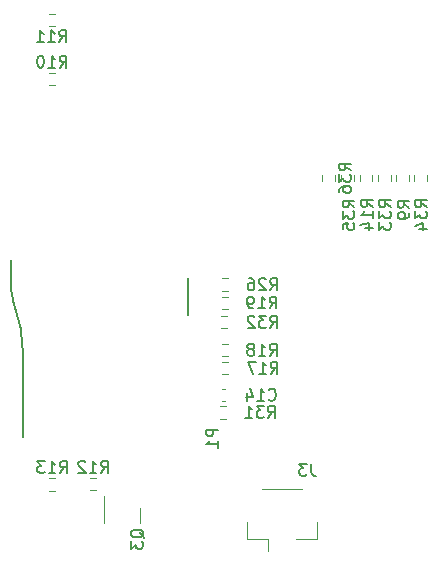
<source format=gbr>
%TF.GenerationSoftware,KiCad,Pcbnew,7.0.6*%
%TF.CreationDate,2024-02-07T19:17:41+08:00*%
%TF.ProjectId,PCB_Main_Board_ESP32S3_RFM95,5043425f-4d61-4696-9e5f-426f6172645f,rev?*%
%TF.SameCoordinates,Original*%
%TF.FileFunction,Legend,Bot*%
%TF.FilePolarity,Positive*%
%FSLAX46Y46*%
G04 Gerber Fmt 4.6, Leading zero omitted, Abs format (unit mm)*
G04 Created by KiCad (PCBNEW 7.0.6) date 2024-02-07 19:17:41*
%MOMM*%
%LPD*%
G01*
G04 APERTURE LIST*
%ADD10C,0.150000*%
%ADD11C,0.120000*%
%ADD12C,0.127000*%
G04 APERTURE END LIST*
D10*
X60392857Y-97724580D02*
X60440476Y-97772200D01*
X60440476Y-97772200D02*
X60583333Y-97819819D01*
X60583333Y-97819819D02*
X60678571Y-97819819D01*
X60678571Y-97819819D02*
X60821428Y-97772200D01*
X60821428Y-97772200D02*
X60916666Y-97676961D01*
X60916666Y-97676961D02*
X60964285Y-97581723D01*
X60964285Y-97581723D02*
X61011904Y-97391247D01*
X61011904Y-97391247D02*
X61011904Y-97248390D01*
X61011904Y-97248390D02*
X60964285Y-97057914D01*
X60964285Y-97057914D02*
X60916666Y-96962676D01*
X60916666Y-96962676D02*
X60821428Y-96867438D01*
X60821428Y-96867438D02*
X60678571Y-96819819D01*
X60678571Y-96819819D02*
X60583333Y-96819819D01*
X60583333Y-96819819D02*
X60440476Y-96867438D01*
X60440476Y-96867438D02*
X60392857Y-96915057D01*
X59440476Y-97819819D02*
X60011904Y-97819819D01*
X59726190Y-97819819D02*
X59726190Y-96819819D01*
X59726190Y-96819819D02*
X59821428Y-96962676D01*
X59821428Y-96962676D02*
X59916666Y-97057914D01*
X59916666Y-97057914D02*
X60011904Y-97105533D01*
X58583333Y-97153152D02*
X58583333Y-97819819D01*
X58821428Y-96772200D02*
X59059523Y-97486485D01*
X59059523Y-97486485D02*
X58440476Y-97486485D01*
X60467857Y-90019819D02*
X60801190Y-89543628D01*
X61039285Y-90019819D02*
X61039285Y-89019819D01*
X61039285Y-89019819D02*
X60658333Y-89019819D01*
X60658333Y-89019819D02*
X60563095Y-89067438D01*
X60563095Y-89067438D02*
X60515476Y-89115057D01*
X60515476Y-89115057D02*
X60467857Y-89210295D01*
X60467857Y-89210295D02*
X60467857Y-89353152D01*
X60467857Y-89353152D02*
X60515476Y-89448390D01*
X60515476Y-89448390D02*
X60563095Y-89496009D01*
X60563095Y-89496009D02*
X60658333Y-89543628D01*
X60658333Y-89543628D02*
X61039285Y-89543628D01*
X59515476Y-90019819D02*
X60086904Y-90019819D01*
X59801190Y-90019819D02*
X59801190Y-89019819D01*
X59801190Y-89019819D02*
X59896428Y-89162676D01*
X59896428Y-89162676D02*
X59991666Y-89257914D01*
X59991666Y-89257914D02*
X60086904Y-89305533D01*
X59039285Y-90019819D02*
X58848809Y-90019819D01*
X58848809Y-90019819D02*
X58753571Y-89972200D01*
X58753571Y-89972200D02*
X58705952Y-89924580D01*
X58705952Y-89924580D02*
X58610714Y-89781723D01*
X58610714Y-89781723D02*
X58563095Y-89591247D01*
X58563095Y-89591247D02*
X58563095Y-89210295D01*
X58563095Y-89210295D02*
X58610714Y-89115057D01*
X58610714Y-89115057D02*
X58658333Y-89067438D01*
X58658333Y-89067438D02*
X58753571Y-89019819D01*
X58753571Y-89019819D02*
X58944047Y-89019819D01*
X58944047Y-89019819D02*
X59039285Y-89067438D01*
X59039285Y-89067438D02*
X59086904Y-89115057D01*
X59086904Y-89115057D02*
X59134523Y-89210295D01*
X59134523Y-89210295D02*
X59134523Y-89448390D01*
X59134523Y-89448390D02*
X59086904Y-89543628D01*
X59086904Y-89543628D02*
X59039285Y-89591247D01*
X59039285Y-89591247D02*
X58944047Y-89638866D01*
X58944047Y-89638866D02*
X58753571Y-89638866D01*
X58753571Y-89638866D02*
X58658333Y-89591247D01*
X58658333Y-89591247D02*
X58610714Y-89543628D01*
X58610714Y-89543628D02*
X58563095Y-89448390D01*
X42692857Y-69624819D02*
X43026190Y-69148628D01*
X43264285Y-69624819D02*
X43264285Y-68624819D01*
X43264285Y-68624819D02*
X42883333Y-68624819D01*
X42883333Y-68624819D02*
X42788095Y-68672438D01*
X42788095Y-68672438D02*
X42740476Y-68720057D01*
X42740476Y-68720057D02*
X42692857Y-68815295D01*
X42692857Y-68815295D02*
X42692857Y-68958152D01*
X42692857Y-68958152D02*
X42740476Y-69053390D01*
X42740476Y-69053390D02*
X42788095Y-69101009D01*
X42788095Y-69101009D02*
X42883333Y-69148628D01*
X42883333Y-69148628D02*
X43264285Y-69148628D01*
X41740476Y-69624819D02*
X42311904Y-69624819D01*
X42026190Y-69624819D02*
X42026190Y-68624819D01*
X42026190Y-68624819D02*
X42121428Y-68767676D01*
X42121428Y-68767676D02*
X42216666Y-68862914D01*
X42216666Y-68862914D02*
X42311904Y-68910533D01*
X41121428Y-68624819D02*
X41026190Y-68624819D01*
X41026190Y-68624819D02*
X40930952Y-68672438D01*
X40930952Y-68672438D02*
X40883333Y-68720057D01*
X40883333Y-68720057D02*
X40835714Y-68815295D01*
X40835714Y-68815295D02*
X40788095Y-69005771D01*
X40788095Y-69005771D02*
X40788095Y-69243866D01*
X40788095Y-69243866D02*
X40835714Y-69434342D01*
X40835714Y-69434342D02*
X40883333Y-69529580D01*
X40883333Y-69529580D02*
X40930952Y-69577200D01*
X40930952Y-69577200D02*
X41026190Y-69624819D01*
X41026190Y-69624819D02*
X41121428Y-69624819D01*
X41121428Y-69624819D02*
X41216666Y-69577200D01*
X41216666Y-69577200D02*
X41264285Y-69529580D01*
X41264285Y-69529580D02*
X41311904Y-69434342D01*
X41311904Y-69434342D02*
X41359523Y-69243866D01*
X41359523Y-69243866D02*
X41359523Y-69005771D01*
X41359523Y-69005771D02*
X41311904Y-68815295D01*
X41311904Y-68815295D02*
X41264285Y-68720057D01*
X41264285Y-68720057D02*
X41216666Y-68672438D01*
X41216666Y-68672438D02*
X41121428Y-68624819D01*
X60517857Y-88469819D02*
X60851190Y-87993628D01*
X61089285Y-88469819D02*
X61089285Y-87469819D01*
X61089285Y-87469819D02*
X60708333Y-87469819D01*
X60708333Y-87469819D02*
X60613095Y-87517438D01*
X60613095Y-87517438D02*
X60565476Y-87565057D01*
X60565476Y-87565057D02*
X60517857Y-87660295D01*
X60517857Y-87660295D02*
X60517857Y-87803152D01*
X60517857Y-87803152D02*
X60565476Y-87898390D01*
X60565476Y-87898390D02*
X60613095Y-87946009D01*
X60613095Y-87946009D02*
X60708333Y-87993628D01*
X60708333Y-87993628D02*
X61089285Y-87993628D01*
X60136904Y-87565057D02*
X60089285Y-87517438D01*
X60089285Y-87517438D02*
X59994047Y-87469819D01*
X59994047Y-87469819D02*
X59755952Y-87469819D01*
X59755952Y-87469819D02*
X59660714Y-87517438D01*
X59660714Y-87517438D02*
X59613095Y-87565057D01*
X59613095Y-87565057D02*
X59565476Y-87660295D01*
X59565476Y-87660295D02*
X59565476Y-87755533D01*
X59565476Y-87755533D02*
X59613095Y-87898390D01*
X59613095Y-87898390D02*
X60184523Y-88469819D01*
X60184523Y-88469819D02*
X59565476Y-88469819D01*
X58708333Y-87469819D02*
X58898809Y-87469819D01*
X58898809Y-87469819D02*
X58994047Y-87517438D01*
X58994047Y-87517438D02*
X59041666Y-87565057D01*
X59041666Y-87565057D02*
X59136904Y-87707914D01*
X59136904Y-87707914D02*
X59184523Y-87898390D01*
X59184523Y-87898390D02*
X59184523Y-88279342D01*
X59184523Y-88279342D02*
X59136904Y-88374580D01*
X59136904Y-88374580D02*
X59089285Y-88422200D01*
X59089285Y-88422200D02*
X58994047Y-88469819D01*
X58994047Y-88469819D02*
X58803571Y-88469819D01*
X58803571Y-88469819D02*
X58708333Y-88422200D01*
X58708333Y-88422200D02*
X58660714Y-88374580D01*
X58660714Y-88374580D02*
X58613095Y-88279342D01*
X58613095Y-88279342D02*
X58613095Y-88041247D01*
X58613095Y-88041247D02*
X58660714Y-87946009D01*
X58660714Y-87946009D02*
X58708333Y-87898390D01*
X58708333Y-87898390D02*
X58803571Y-87850771D01*
X58803571Y-87850771D02*
X58994047Y-87850771D01*
X58994047Y-87850771D02*
X59089285Y-87898390D01*
X59089285Y-87898390D02*
X59136904Y-87946009D01*
X59136904Y-87946009D02*
X59184523Y-88041247D01*
X60567857Y-95544819D02*
X60901190Y-95068628D01*
X61139285Y-95544819D02*
X61139285Y-94544819D01*
X61139285Y-94544819D02*
X60758333Y-94544819D01*
X60758333Y-94544819D02*
X60663095Y-94592438D01*
X60663095Y-94592438D02*
X60615476Y-94640057D01*
X60615476Y-94640057D02*
X60567857Y-94735295D01*
X60567857Y-94735295D02*
X60567857Y-94878152D01*
X60567857Y-94878152D02*
X60615476Y-94973390D01*
X60615476Y-94973390D02*
X60663095Y-95021009D01*
X60663095Y-95021009D02*
X60758333Y-95068628D01*
X60758333Y-95068628D02*
X61139285Y-95068628D01*
X59615476Y-95544819D02*
X60186904Y-95544819D01*
X59901190Y-95544819D02*
X59901190Y-94544819D01*
X59901190Y-94544819D02*
X59996428Y-94687676D01*
X59996428Y-94687676D02*
X60091666Y-94782914D01*
X60091666Y-94782914D02*
X60186904Y-94830533D01*
X59282142Y-94544819D02*
X58615476Y-94544819D01*
X58615476Y-94544819D02*
X59044047Y-95544819D01*
X73794819Y-81447142D02*
X73318628Y-81113809D01*
X73794819Y-80875714D02*
X72794819Y-80875714D01*
X72794819Y-80875714D02*
X72794819Y-81256666D01*
X72794819Y-81256666D02*
X72842438Y-81351904D01*
X72842438Y-81351904D02*
X72890057Y-81399523D01*
X72890057Y-81399523D02*
X72985295Y-81447142D01*
X72985295Y-81447142D02*
X73128152Y-81447142D01*
X73128152Y-81447142D02*
X73223390Y-81399523D01*
X73223390Y-81399523D02*
X73271009Y-81351904D01*
X73271009Y-81351904D02*
X73318628Y-81256666D01*
X73318628Y-81256666D02*
X73318628Y-80875714D01*
X72794819Y-81780476D02*
X72794819Y-82399523D01*
X72794819Y-82399523D02*
X73175771Y-82066190D01*
X73175771Y-82066190D02*
X73175771Y-82209047D01*
X73175771Y-82209047D02*
X73223390Y-82304285D01*
X73223390Y-82304285D02*
X73271009Y-82351904D01*
X73271009Y-82351904D02*
X73366247Y-82399523D01*
X73366247Y-82399523D02*
X73604342Y-82399523D01*
X73604342Y-82399523D02*
X73699580Y-82351904D01*
X73699580Y-82351904D02*
X73747200Y-82304285D01*
X73747200Y-82304285D02*
X73794819Y-82209047D01*
X73794819Y-82209047D02*
X73794819Y-81923333D01*
X73794819Y-81923333D02*
X73747200Y-81828095D01*
X73747200Y-81828095D02*
X73699580Y-81780476D01*
X73128152Y-83256666D02*
X73794819Y-83256666D01*
X72747200Y-83018571D02*
X73461485Y-82780476D01*
X73461485Y-82780476D02*
X73461485Y-83399523D01*
X67644819Y-81457142D02*
X67168628Y-81123809D01*
X67644819Y-80885714D02*
X66644819Y-80885714D01*
X66644819Y-80885714D02*
X66644819Y-81266666D01*
X66644819Y-81266666D02*
X66692438Y-81361904D01*
X66692438Y-81361904D02*
X66740057Y-81409523D01*
X66740057Y-81409523D02*
X66835295Y-81457142D01*
X66835295Y-81457142D02*
X66978152Y-81457142D01*
X66978152Y-81457142D02*
X67073390Y-81409523D01*
X67073390Y-81409523D02*
X67121009Y-81361904D01*
X67121009Y-81361904D02*
X67168628Y-81266666D01*
X67168628Y-81266666D02*
X67168628Y-80885714D01*
X66644819Y-81790476D02*
X66644819Y-82409523D01*
X66644819Y-82409523D02*
X67025771Y-82076190D01*
X67025771Y-82076190D02*
X67025771Y-82219047D01*
X67025771Y-82219047D02*
X67073390Y-82314285D01*
X67073390Y-82314285D02*
X67121009Y-82361904D01*
X67121009Y-82361904D02*
X67216247Y-82409523D01*
X67216247Y-82409523D02*
X67454342Y-82409523D01*
X67454342Y-82409523D02*
X67549580Y-82361904D01*
X67549580Y-82361904D02*
X67597200Y-82314285D01*
X67597200Y-82314285D02*
X67644819Y-82219047D01*
X67644819Y-82219047D02*
X67644819Y-81933333D01*
X67644819Y-81933333D02*
X67597200Y-81838095D01*
X67597200Y-81838095D02*
X67549580Y-81790476D01*
X66644819Y-83314285D02*
X66644819Y-82838095D01*
X66644819Y-82838095D02*
X67121009Y-82790476D01*
X67121009Y-82790476D02*
X67073390Y-82838095D01*
X67073390Y-82838095D02*
X67025771Y-82933333D01*
X67025771Y-82933333D02*
X67025771Y-83171428D01*
X67025771Y-83171428D02*
X67073390Y-83266666D01*
X67073390Y-83266666D02*
X67121009Y-83314285D01*
X67121009Y-83314285D02*
X67216247Y-83361904D01*
X67216247Y-83361904D02*
X67454342Y-83361904D01*
X67454342Y-83361904D02*
X67549580Y-83314285D01*
X67549580Y-83314285D02*
X67597200Y-83266666D01*
X67597200Y-83266666D02*
X67644819Y-83171428D01*
X67644819Y-83171428D02*
X67644819Y-82933333D01*
X67644819Y-82933333D02*
X67597200Y-82838095D01*
X67597200Y-82838095D02*
X67549580Y-82790476D01*
X67344819Y-78337142D02*
X66868628Y-78003809D01*
X67344819Y-77765714D02*
X66344819Y-77765714D01*
X66344819Y-77765714D02*
X66344819Y-78146666D01*
X66344819Y-78146666D02*
X66392438Y-78241904D01*
X66392438Y-78241904D02*
X66440057Y-78289523D01*
X66440057Y-78289523D02*
X66535295Y-78337142D01*
X66535295Y-78337142D02*
X66678152Y-78337142D01*
X66678152Y-78337142D02*
X66773390Y-78289523D01*
X66773390Y-78289523D02*
X66821009Y-78241904D01*
X66821009Y-78241904D02*
X66868628Y-78146666D01*
X66868628Y-78146666D02*
X66868628Y-77765714D01*
X66344819Y-78670476D02*
X66344819Y-79289523D01*
X66344819Y-79289523D02*
X66725771Y-78956190D01*
X66725771Y-78956190D02*
X66725771Y-79099047D01*
X66725771Y-79099047D02*
X66773390Y-79194285D01*
X66773390Y-79194285D02*
X66821009Y-79241904D01*
X66821009Y-79241904D02*
X66916247Y-79289523D01*
X66916247Y-79289523D02*
X67154342Y-79289523D01*
X67154342Y-79289523D02*
X67249580Y-79241904D01*
X67249580Y-79241904D02*
X67297200Y-79194285D01*
X67297200Y-79194285D02*
X67344819Y-79099047D01*
X67344819Y-79099047D02*
X67344819Y-78813333D01*
X67344819Y-78813333D02*
X67297200Y-78718095D01*
X67297200Y-78718095D02*
X67249580Y-78670476D01*
X66344819Y-80146666D02*
X66344819Y-79956190D01*
X66344819Y-79956190D02*
X66392438Y-79860952D01*
X66392438Y-79860952D02*
X66440057Y-79813333D01*
X66440057Y-79813333D02*
X66582914Y-79718095D01*
X66582914Y-79718095D02*
X66773390Y-79670476D01*
X66773390Y-79670476D02*
X67154342Y-79670476D01*
X67154342Y-79670476D02*
X67249580Y-79718095D01*
X67249580Y-79718095D02*
X67297200Y-79765714D01*
X67297200Y-79765714D02*
X67344819Y-79860952D01*
X67344819Y-79860952D02*
X67344819Y-80051428D01*
X67344819Y-80051428D02*
X67297200Y-80146666D01*
X67297200Y-80146666D02*
X67249580Y-80194285D01*
X67249580Y-80194285D02*
X67154342Y-80241904D01*
X67154342Y-80241904D02*
X66916247Y-80241904D01*
X66916247Y-80241904D02*
X66821009Y-80194285D01*
X66821009Y-80194285D02*
X66773390Y-80146666D01*
X66773390Y-80146666D02*
X66725771Y-80051428D01*
X66725771Y-80051428D02*
X66725771Y-79860952D01*
X66725771Y-79860952D02*
X66773390Y-79765714D01*
X66773390Y-79765714D02*
X66821009Y-79718095D01*
X66821009Y-79718095D02*
X66916247Y-79670476D01*
X60517857Y-91644819D02*
X60851190Y-91168628D01*
X61089285Y-91644819D02*
X61089285Y-90644819D01*
X61089285Y-90644819D02*
X60708333Y-90644819D01*
X60708333Y-90644819D02*
X60613095Y-90692438D01*
X60613095Y-90692438D02*
X60565476Y-90740057D01*
X60565476Y-90740057D02*
X60517857Y-90835295D01*
X60517857Y-90835295D02*
X60517857Y-90978152D01*
X60517857Y-90978152D02*
X60565476Y-91073390D01*
X60565476Y-91073390D02*
X60613095Y-91121009D01*
X60613095Y-91121009D02*
X60708333Y-91168628D01*
X60708333Y-91168628D02*
X61089285Y-91168628D01*
X60184523Y-90644819D02*
X59565476Y-90644819D01*
X59565476Y-90644819D02*
X59898809Y-91025771D01*
X59898809Y-91025771D02*
X59755952Y-91025771D01*
X59755952Y-91025771D02*
X59660714Y-91073390D01*
X59660714Y-91073390D02*
X59613095Y-91121009D01*
X59613095Y-91121009D02*
X59565476Y-91216247D01*
X59565476Y-91216247D02*
X59565476Y-91454342D01*
X59565476Y-91454342D02*
X59613095Y-91549580D01*
X59613095Y-91549580D02*
X59660714Y-91597200D01*
X59660714Y-91597200D02*
X59755952Y-91644819D01*
X59755952Y-91644819D02*
X60041666Y-91644819D01*
X60041666Y-91644819D02*
X60136904Y-91597200D01*
X60136904Y-91597200D02*
X60184523Y-91549580D01*
X59184523Y-90740057D02*
X59136904Y-90692438D01*
X59136904Y-90692438D02*
X59041666Y-90644819D01*
X59041666Y-90644819D02*
X58803571Y-90644819D01*
X58803571Y-90644819D02*
X58708333Y-90692438D01*
X58708333Y-90692438D02*
X58660714Y-90740057D01*
X58660714Y-90740057D02*
X58613095Y-90835295D01*
X58613095Y-90835295D02*
X58613095Y-90930533D01*
X58613095Y-90930533D02*
X58660714Y-91073390D01*
X58660714Y-91073390D02*
X59232142Y-91644819D01*
X59232142Y-91644819D02*
X58613095Y-91644819D01*
X70734819Y-81447142D02*
X70258628Y-81113809D01*
X70734819Y-80875714D02*
X69734819Y-80875714D01*
X69734819Y-80875714D02*
X69734819Y-81256666D01*
X69734819Y-81256666D02*
X69782438Y-81351904D01*
X69782438Y-81351904D02*
X69830057Y-81399523D01*
X69830057Y-81399523D02*
X69925295Y-81447142D01*
X69925295Y-81447142D02*
X70068152Y-81447142D01*
X70068152Y-81447142D02*
X70163390Y-81399523D01*
X70163390Y-81399523D02*
X70211009Y-81351904D01*
X70211009Y-81351904D02*
X70258628Y-81256666D01*
X70258628Y-81256666D02*
X70258628Y-80875714D01*
X69734819Y-81780476D02*
X69734819Y-82399523D01*
X69734819Y-82399523D02*
X70115771Y-82066190D01*
X70115771Y-82066190D02*
X70115771Y-82209047D01*
X70115771Y-82209047D02*
X70163390Y-82304285D01*
X70163390Y-82304285D02*
X70211009Y-82351904D01*
X70211009Y-82351904D02*
X70306247Y-82399523D01*
X70306247Y-82399523D02*
X70544342Y-82399523D01*
X70544342Y-82399523D02*
X70639580Y-82351904D01*
X70639580Y-82351904D02*
X70687200Y-82304285D01*
X70687200Y-82304285D02*
X70734819Y-82209047D01*
X70734819Y-82209047D02*
X70734819Y-81923333D01*
X70734819Y-81923333D02*
X70687200Y-81828095D01*
X70687200Y-81828095D02*
X70639580Y-81780476D01*
X69734819Y-82732857D02*
X69734819Y-83351904D01*
X69734819Y-83351904D02*
X70115771Y-83018571D01*
X70115771Y-83018571D02*
X70115771Y-83161428D01*
X70115771Y-83161428D02*
X70163390Y-83256666D01*
X70163390Y-83256666D02*
X70211009Y-83304285D01*
X70211009Y-83304285D02*
X70306247Y-83351904D01*
X70306247Y-83351904D02*
X70544342Y-83351904D01*
X70544342Y-83351904D02*
X70639580Y-83304285D01*
X70639580Y-83304285D02*
X70687200Y-83256666D01*
X70687200Y-83256666D02*
X70734819Y-83161428D01*
X70734819Y-83161428D02*
X70734819Y-82875714D01*
X70734819Y-82875714D02*
X70687200Y-82780476D01*
X70687200Y-82780476D02*
X70639580Y-82732857D01*
X46192857Y-103924819D02*
X46526190Y-103448628D01*
X46764285Y-103924819D02*
X46764285Y-102924819D01*
X46764285Y-102924819D02*
X46383333Y-102924819D01*
X46383333Y-102924819D02*
X46288095Y-102972438D01*
X46288095Y-102972438D02*
X46240476Y-103020057D01*
X46240476Y-103020057D02*
X46192857Y-103115295D01*
X46192857Y-103115295D02*
X46192857Y-103258152D01*
X46192857Y-103258152D02*
X46240476Y-103353390D01*
X46240476Y-103353390D02*
X46288095Y-103401009D01*
X46288095Y-103401009D02*
X46383333Y-103448628D01*
X46383333Y-103448628D02*
X46764285Y-103448628D01*
X45240476Y-103924819D02*
X45811904Y-103924819D01*
X45526190Y-103924819D02*
X45526190Y-102924819D01*
X45526190Y-102924819D02*
X45621428Y-103067676D01*
X45621428Y-103067676D02*
X45716666Y-103162914D01*
X45716666Y-103162914D02*
X45811904Y-103210533D01*
X44859523Y-103020057D02*
X44811904Y-102972438D01*
X44811904Y-102972438D02*
X44716666Y-102924819D01*
X44716666Y-102924819D02*
X44478571Y-102924819D01*
X44478571Y-102924819D02*
X44383333Y-102972438D01*
X44383333Y-102972438D02*
X44335714Y-103020057D01*
X44335714Y-103020057D02*
X44288095Y-103115295D01*
X44288095Y-103115295D02*
X44288095Y-103210533D01*
X44288095Y-103210533D02*
X44335714Y-103353390D01*
X44335714Y-103353390D02*
X44907142Y-103924819D01*
X44907142Y-103924819D02*
X44288095Y-103924819D01*
X60492857Y-94019819D02*
X60826190Y-93543628D01*
X61064285Y-94019819D02*
X61064285Y-93019819D01*
X61064285Y-93019819D02*
X60683333Y-93019819D01*
X60683333Y-93019819D02*
X60588095Y-93067438D01*
X60588095Y-93067438D02*
X60540476Y-93115057D01*
X60540476Y-93115057D02*
X60492857Y-93210295D01*
X60492857Y-93210295D02*
X60492857Y-93353152D01*
X60492857Y-93353152D02*
X60540476Y-93448390D01*
X60540476Y-93448390D02*
X60588095Y-93496009D01*
X60588095Y-93496009D02*
X60683333Y-93543628D01*
X60683333Y-93543628D02*
X61064285Y-93543628D01*
X59540476Y-94019819D02*
X60111904Y-94019819D01*
X59826190Y-94019819D02*
X59826190Y-93019819D01*
X59826190Y-93019819D02*
X59921428Y-93162676D01*
X59921428Y-93162676D02*
X60016666Y-93257914D01*
X60016666Y-93257914D02*
X60111904Y-93305533D01*
X58969047Y-93448390D02*
X59064285Y-93400771D01*
X59064285Y-93400771D02*
X59111904Y-93353152D01*
X59111904Y-93353152D02*
X59159523Y-93257914D01*
X59159523Y-93257914D02*
X59159523Y-93210295D01*
X59159523Y-93210295D02*
X59111904Y-93115057D01*
X59111904Y-93115057D02*
X59064285Y-93067438D01*
X59064285Y-93067438D02*
X58969047Y-93019819D01*
X58969047Y-93019819D02*
X58778571Y-93019819D01*
X58778571Y-93019819D02*
X58683333Y-93067438D01*
X58683333Y-93067438D02*
X58635714Y-93115057D01*
X58635714Y-93115057D02*
X58588095Y-93210295D01*
X58588095Y-93210295D02*
X58588095Y-93257914D01*
X58588095Y-93257914D02*
X58635714Y-93353152D01*
X58635714Y-93353152D02*
X58683333Y-93400771D01*
X58683333Y-93400771D02*
X58778571Y-93448390D01*
X58778571Y-93448390D02*
X58969047Y-93448390D01*
X58969047Y-93448390D02*
X59064285Y-93496009D01*
X59064285Y-93496009D02*
X59111904Y-93543628D01*
X59111904Y-93543628D02*
X59159523Y-93638866D01*
X59159523Y-93638866D02*
X59159523Y-93829342D01*
X59159523Y-93829342D02*
X59111904Y-93924580D01*
X59111904Y-93924580D02*
X59064285Y-93972200D01*
X59064285Y-93972200D02*
X58969047Y-94019819D01*
X58969047Y-94019819D02*
X58778571Y-94019819D01*
X58778571Y-94019819D02*
X58683333Y-93972200D01*
X58683333Y-93972200D02*
X58635714Y-93924580D01*
X58635714Y-93924580D02*
X58588095Y-93829342D01*
X58588095Y-93829342D02*
X58588095Y-93638866D01*
X58588095Y-93638866D02*
X58635714Y-93543628D01*
X58635714Y-93543628D02*
X58683333Y-93496009D01*
X58683333Y-93496009D02*
X58778571Y-93448390D01*
X63983333Y-103169819D02*
X63983333Y-103884104D01*
X63983333Y-103884104D02*
X64030952Y-104026961D01*
X64030952Y-104026961D02*
X64126190Y-104122200D01*
X64126190Y-104122200D02*
X64269047Y-104169819D01*
X64269047Y-104169819D02*
X64364285Y-104169819D01*
X63602380Y-103169819D02*
X62983333Y-103169819D01*
X62983333Y-103169819D02*
X63316666Y-103550771D01*
X63316666Y-103550771D02*
X63173809Y-103550771D01*
X63173809Y-103550771D02*
X63078571Y-103598390D01*
X63078571Y-103598390D02*
X63030952Y-103646009D01*
X63030952Y-103646009D02*
X62983333Y-103741247D01*
X62983333Y-103741247D02*
X62983333Y-103979342D01*
X62983333Y-103979342D02*
X63030952Y-104074580D01*
X63030952Y-104074580D02*
X63078571Y-104122200D01*
X63078571Y-104122200D02*
X63173809Y-104169819D01*
X63173809Y-104169819D02*
X63459523Y-104169819D01*
X63459523Y-104169819D02*
X63554761Y-104122200D01*
X63554761Y-104122200D02*
X63602380Y-104074580D01*
X42717857Y-103949819D02*
X43051190Y-103473628D01*
X43289285Y-103949819D02*
X43289285Y-102949819D01*
X43289285Y-102949819D02*
X42908333Y-102949819D01*
X42908333Y-102949819D02*
X42813095Y-102997438D01*
X42813095Y-102997438D02*
X42765476Y-103045057D01*
X42765476Y-103045057D02*
X42717857Y-103140295D01*
X42717857Y-103140295D02*
X42717857Y-103283152D01*
X42717857Y-103283152D02*
X42765476Y-103378390D01*
X42765476Y-103378390D02*
X42813095Y-103426009D01*
X42813095Y-103426009D02*
X42908333Y-103473628D01*
X42908333Y-103473628D02*
X43289285Y-103473628D01*
X41765476Y-103949819D02*
X42336904Y-103949819D01*
X42051190Y-103949819D02*
X42051190Y-102949819D01*
X42051190Y-102949819D02*
X42146428Y-103092676D01*
X42146428Y-103092676D02*
X42241666Y-103187914D01*
X42241666Y-103187914D02*
X42336904Y-103235533D01*
X41432142Y-102949819D02*
X40813095Y-102949819D01*
X40813095Y-102949819D02*
X41146428Y-103330771D01*
X41146428Y-103330771D02*
X41003571Y-103330771D01*
X41003571Y-103330771D02*
X40908333Y-103378390D01*
X40908333Y-103378390D02*
X40860714Y-103426009D01*
X40860714Y-103426009D02*
X40813095Y-103521247D01*
X40813095Y-103521247D02*
X40813095Y-103759342D01*
X40813095Y-103759342D02*
X40860714Y-103854580D01*
X40860714Y-103854580D02*
X40908333Y-103902200D01*
X40908333Y-103902200D02*
X41003571Y-103949819D01*
X41003571Y-103949819D02*
X41289285Y-103949819D01*
X41289285Y-103949819D02*
X41384523Y-103902200D01*
X41384523Y-103902200D02*
X41432142Y-103854580D01*
X42667857Y-67459819D02*
X43001190Y-66983628D01*
X43239285Y-67459819D02*
X43239285Y-66459819D01*
X43239285Y-66459819D02*
X42858333Y-66459819D01*
X42858333Y-66459819D02*
X42763095Y-66507438D01*
X42763095Y-66507438D02*
X42715476Y-66555057D01*
X42715476Y-66555057D02*
X42667857Y-66650295D01*
X42667857Y-66650295D02*
X42667857Y-66793152D01*
X42667857Y-66793152D02*
X42715476Y-66888390D01*
X42715476Y-66888390D02*
X42763095Y-66936009D01*
X42763095Y-66936009D02*
X42858333Y-66983628D01*
X42858333Y-66983628D02*
X43239285Y-66983628D01*
X41715476Y-67459819D02*
X42286904Y-67459819D01*
X42001190Y-67459819D02*
X42001190Y-66459819D01*
X42001190Y-66459819D02*
X42096428Y-66602676D01*
X42096428Y-66602676D02*
X42191666Y-66697914D01*
X42191666Y-66697914D02*
X42286904Y-66745533D01*
X40763095Y-67459819D02*
X41334523Y-67459819D01*
X41048809Y-67459819D02*
X41048809Y-66459819D01*
X41048809Y-66459819D02*
X41144047Y-66602676D01*
X41144047Y-66602676D02*
X41239285Y-66697914D01*
X41239285Y-66697914D02*
X41334523Y-66745533D01*
X72304819Y-81493333D02*
X71828628Y-81160000D01*
X72304819Y-80921905D02*
X71304819Y-80921905D01*
X71304819Y-80921905D02*
X71304819Y-81302857D01*
X71304819Y-81302857D02*
X71352438Y-81398095D01*
X71352438Y-81398095D02*
X71400057Y-81445714D01*
X71400057Y-81445714D02*
X71495295Y-81493333D01*
X71495295Y-81493333D02*
X71638152Y-81493333D01*
X71638152Y-81493333D02*
X71733390Y-81445714D01*
X71733390Y-81445714D02*
X71781009Y-81398095D01*
X71781009Y-81398095D02*
X71828628Y-81302857D01*
X71828628Y-81302857D02*
X71828628Y-80921905D01*
X72304819Y-81969524D02*
X72304819Y-82160000D01*
X72304819Y-82160000D02*
X72257200Y-82255238D01*
X72257200Y-82255238D02*
X72209580Y-82302857D01*
X72209580Y-82302857D02*
X72066723Y-82398095D01*
X72066723Y-82398095D02*
X71876247Y-82445714D01*
X71876247Y-82445714D02*
X71495295Y-82445714D01*
X71495295Y-82445714D02*
X71400057Y-82398095D01*
X71400057Y-82398095D02*
X71352438Y-82350476D01*
X71352438Y-82350476D02*
X71304819Y-82255238D01*
X71304819Y-82255238D02*
X71304819Y-82064762D01*
X71304819Y-82064762D02*
X71352438Y-81969524D01*
X71352438Y-81969524D02*
X71400057Y-81921905D01*
X71400057Y-81921905D02*
X71495295Y-81874286D01*
X71495295Y-81874286D02*
X71733390Y-81874286D01*
X71733390Y-81874286D02*
X71828628Y-81921905D01*
X71828628Y-81921905D02*
X71876247Y-81969524D01*
X71876247Y-81969524D02*
X71923866Y-82064762D01*
X71923866Y-82064762D02*
X71923866Y-82255238D01*
X71923866Y-82255238D02*
X71876247Y-82350476D01*
X71876247Y-82350476D02*
X71828628Y-82398095D01*
X71828628Y-82398095D02*
X71733390Y-82445714D01*
X56130053Y-100276533D02*
X55129549Y-100276533D01*
X55129549Y-100276533D02*
X55129549Y-100657677D01*
X55129549Y-100657677D02*
X55177192Y-100752963D01*
X55177192Y-100752963D02*
X55224835Y-100800606D01*
X55224835Y-100800606D02*
X55320121Y-100848249D01*
X55320121Y-100848249D02*
X55463050Y-100848249D01*
X55463050Y-100848249D02*
X55558336Y-100800606D01*
X55558336Y-100800606D02*
X55605979Y-100752963D01*
X55605979Y-100752963D02*
X55653622Y-100657677D01*
X55653622Y-100657677D02*
X55653622Y-100276533D01*
X56130053Y-101801110D02*
X56130053Y-101229394D01*
X56130053Y-101515252D02*
X55129549Y-101515252D01*
X55129549Y-101515252D02*
X55272478Y-101419966D01*
X55272478Y-101419966D02*
X55367764Y-101324680D01*
X55367764Y-101324680D02*
X55415407Y-101229394D01*
X69214819Y-81417142D02*
X68738628Y-81083809D01*
X69214819Y-80845714D02*
X68214819Y-80845714D01*
X68214819Y-80845714D02*
X68214819Y-81226666D01*
X68214819Y-81226666D02*
X68262438Y-81321904D01*
X68262438Y-81321904D02*
X68310057Y-81369523D01*
X68310057Y-81369523D02*
X68405295Y-81417142D01*
X68405295Y-81417142D02*
X68548152Y-81417142D01*
X68548152Y-81417142D02*
X68643390Y-81369523D01*
X68643390Y-81369523D02*
X68691009Y-81321904D01*
X68691009Y-81321904D02*
X68738628Y-81226666D01*
X68738628Y-81226666D02*
X68738628Y-80845714D01*
X69214819Y-82369523D02*
X69214819Y-81798095D01*
X69214819Y-82083809D02*
X68214819Y-82083809D01*
X68214819Y-82083809D02*
X68357676Y-81988571D01*
X68357676Y-81988571D02*
X68452914Y-81893333D01*
X68452914Y-81893333D02*
X68500533Y-81798095D01*
X68548152Y-83226666D02*
X69214819Y-83226666D01*
X68167200Y-82988571D02*
X68881485Y-82750476D01*
X68881485Y-82750476D02*
X68881485Y-83369523D01*
X60317857Y-99269819D02*
X60651190Y-98793628D01*
X60889285Y-99269819D02*
X60889285Y-98269819D01*
X60889285Y-98269819D02*
X60508333Y-98269819D01*
X60508333Y-98269819D02*
X60413095Y-98317438D01*
X60413095Y-98317438D02*
X60365476Y-98365057D01*
X60365476Y-98365057D02*
X60317857Y-98460295D01*
X60317857Y-98460295D02*
X60317857Y-98603152D01*
X60317857Y-98603152D02*
X60365476Y-98698390D01*
X60365476Y-98698390D02*
X60413095Y-98746009D01*
X60413095Y-98746009D02*
X60508333Y-98793628D01*
X60508333Y-98793628D02*
X60889285Y-98793628D01*
X59984523Y-98269819D02*
X59365476Y-98269819D01*
X59365476Y-98269819D02*
X59698809Y-98650771D01*
X59698809Y-98650771D02*
X59555952Y-98650771D01*
X59555952Y-98650771D02*
X59460714Y-98698390D01*
X59460714Y-98698390D02*
X59413095Y-98746009D01*
X59413095Y-98746009D02*
X59365476Y-98841247D01*
X59365476Y-98841247D02*
X59365476Y-99079342D01*
X59365476Y-99079342D02*
X59413095Y-99174580D01*
X59413095Y-99174580D02*
X59460714Y-99222200D01*
X59460714Y-99222200D02*
X59555952Y-99269819D01*
X59555952Y-99269819D02*
X59841666Y-99269819D01*
X59841666Y-99269819D02*
X59936904Y-99222200D01*
X59936904Y-99222200D02*
X59984523Y-99174580D01*
X58413095Y-99269819D02*
X58984523Y-99269819D01*
X58698809Y-99269819D02*
X58698809Y-98269819D01*
X58698809Y-98269819D02*
X58794047Y-98412676D01*
X58794047Y-98412676D02*
X58889285Y-98507914D01*
X58889285Y-98507914D02*
X58984523Y-98555533D01*
X49850057Y-109454761D02*
X49802438Y-109359523D01*
X49802438Y-109359523D02*
X49707200Y-109264285D01*
X49707200Y-109264285D02*
X49564342Y-109121428D01*
X49564342Y-109121428D02*
X49516723Y-109026190D01*
X49516723Y-109026190D02*
X49516723Y-108930952D01*
X49754819Y-108978571D02*
X49707200Y-108883333D01*
X49707200Y-108883333D02*
X49611961Y-108788095D01*
X49611961Y-108788095D02*
X49421485Y-108740476D01*
X49421485Y-108740476D02*
X49088152Y-108740476D01*
X49088152Y-108740476D02*
X48897676Y-108788095D01*
X48897676Y-108788095D02*
X48802438Y-108883333D01*
X48802438Y-108883333D02*
X48754819Y-108978571D01*
X48754819Y-108978571D02*
X48754819Y-109169047D01*
X48754819Y-109169047D02*
X48802438Y-109264285D01*
X48802438Y-109264285D02*
X48897676Y-109359523D01*
X48897676Y-109359523D02*
X49088152Y-109407142D01*
X49088152Y-109407142D02*
X49421485Y-109407142D01*
X49421485Y-109407142D02*
X49611961Y-109359523D01*
X49611961Y-109359523D02*
X49707200Y-109264285D01*
X49707200Y-109264285D02*
X49754819Y-109169047D01*
X49754819Y-109169047D02*
X49754819Y-108978571D01*
X48754819Y-109740476D02*
X48754819Y-110359523D01*
X48754819Y-110359523D02*
X49135771Y-110026190D01*
X49135771Y-110026190D02*
X49135771Y-110169047D01*
X49135771Y-110169047D02*
X49183390Y-110264285D01*
X49183390Y-110264285D02*
X49231009Y-110311904D01*
X49231009Y-110311904D02*
X49326247Y-110359523D01*
X49326247Y-110359523D02*
X49564342Y-110359523D01*
X49564342Y-110359523D02*
X49659580Y-110311904D01*
X49659580Y-110311904D02*
X49707200Y-110264285D01*
X49707200Y-110264285D02*
X49754819Y-110169047D01*
X49754819Y-110169047D02*
X49754819Y-109883333D01*
X49754819Y-109883333D02*
X49707200Y-109788095D01*
X49707200Y-109788095D02*
X49659580Y-109740476D01*
D11*
%TO.C,C14*%
X56403733Y-96805000D02*
X56696267Y-96805000D01*
X56403733Y-97825000D02*
X56696267Y-97825000D01*
%TO.C,R19*%
X56917224Y-90087500D02*
X56407776Y-90087500D01*
X56917224Y-89042500D02*
X56407776Y-89042500D01*
%TO.C,R10*%
X42304724Y-71122500D02*
X41795276Y-71122500D01*
X42304724Y-70077500D02*
X41795276Y-70077500D01*
%TO.C,R26*%
X56917224Y-88512500D02*
X56407776Y-88512500D01*
X56917224Y-87467500D02*
X56407776Y-87467500D01*
%TO.C,R17*%
X56445276Y-94542500D02*
X56954724Y-94542500D01*
X56445276Y-95587500D02*
X56954724Y-95587500D01*
%TO.C,R34*%
X73762500Y-78715276D02*
X73762500Y-79224724D01*
X72717500Y-78715276D02*
X72717500Y-79224724D01*
%TO.C,R35*%
X67602500Y-78725276D02*
X67602500Y-79234724D01*
X66557500Y-78725276D02*
X66557500Y-79234724D01*
%TO.C,R36*%
X64937500Y-79234724D02*
X64937500Y-78725276D01*
X65982500Y-79234724D02*
X65982500Y-78725276D01*
%TO.C,R32*%
X56904724Y-91712500D02*
X56395276Y-91712500D01*
X56904724Y-90667500D02*
X56395276Y-90667500D01*
%TO.C,R33*%
X70712500Y-78725276D02*
X70712500Y-79234724D01*
X69667500Y-78725276D02*
X69667500Y-79234724D01*
%TO.C,R12*%
X45804724Y-105422500D02*
X45295276Y-105422500D01*
X45804724Y-104377500D02*
X45295276Y-104377500D01*
%TO.C,R18*%
X56445276Y-92992500D02*
X56954724Y-92992500D01*
X56445276Y-94037500D02*
X56954724Y-94037500D01*
%TO.C,J3*%
X58540000Y-108100000D02*
X58540000Y-109550000D01*
X58540000Y-109550000D02*
X60340000Y-109550000D01*
X59810000Y-105280000D02*
X63240000Y-105280000D01*
X60340000Y-109550000D02*
X60340000Y-110540000D01*
X64510000Y-108100000D02*
X64510000Y-109550000D01*
X64510000Y-109550000D02*
X62710000Y-109550000D01*
%TO.C,R13*%
X42329724Y-105447500D02*
X41820276Y-105447500D01*
X42329724Y-104402500D02*
X41820276Y-104402500D01*
%TO.C,R11*%
X41770276Y-65052500D02*
X42279724Y-65052500D01*
X41770276Y-66097500D02*
X42279724Y-66097500D01*
%TO.C,R9*%
X71197500Y-79234724D02*
X71197500Y-78725276D01*
X72242500Y-79234724D02*
X72242500Y-78725276D01*
D12*
%TO.C,P1*%
X39610000Y-93993100D02*
X39610000Y-100927000D01*
X53580000Y-87470000D02*
X53580000Y-90570000D01*
X38594000Y-85941000D02*
X38594000Y-88472100D01*
X39610001Y-93993100D02*
G75*
G03*
X38777999Y-89472000I-12700001J-30D01*
G01*
X38594011Y-88472100D02*
G75*
G03*
X38778000Y-89472000I2810089J200D01*
G01*
D11*
%TO.C,R14*%
X69162500Y-78727776D02*
X69162500Y-79237224D01*
X68117500Y-78727776D02*
X68117500Y-79237224D01*
%TO.C,R31*%
X56804724Y-99362500D02*
X56295276Y-99362500D01*
X56804724Y-98317500D02*
X56295276Y-98317500D01*
%TO.C,Q3*%
X49535000Y-107550000D02*
X49535000Y-106900000D01*
X49535000Y-107550000D02*
X49535000Y-108200000D01*
X46415000Y-107550000D02*
X46415000Y-105875000D01*
X46415000Y-107550000D02*
X46415000Y-108200000D01*
%TD*%
M02*

</source>
